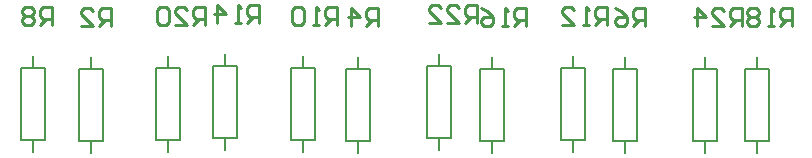
<source format=gbr>
G04*
G04 #@! TF.GenerationSoftware,Altium Limited,Altium Designer,22.4.2 (48)*
G04*
G04 Layer_Color=32896*
%FSLAX44Y44*%
%MOMM*%
G71*
G04*
G04 #@! TF.SameCoordinates,69224164-BCDE-4545-B53B-617D96EECF20*
G04*
G04*
G04 #@! TF.FilePolarity,Positive*
G04*
G01*
G75*
%ADD10C,0.2000*%
%ADD13C,0.2540*%
D10*
X370344Y984250D02*
X390664D01*
X370344Y923290D02*
Y984250D01*
Y923290D02*
X390664D01*
Y984250D01*
X380504D02*
Y994410D01*
Y913130D02*
Y923290D01*
X714514Y985520D02*
X734834D01*
X714514Y924560D02*
Y985520D01*
Y924560D02*
X734834D01*
Y985520D01*
X724674D02*
Y995680D01*
Y914400D02*
Y924560D01*
X827544Y984250D02*
X847864D01*
X827544Y923290D02*
Y984250D01*
Y923290D02*
X847864D01*
Y984250D01*
X837704D02*
Y994410D01*
Y913130D02*
Y923290D01*
X484644Y984250D02*
X504964D01*
X484644Y923290D02*
Y984250D01*
Y923290D02*
X504964D01*
Y984250D01*
X494804D02*
Y994410D01*
Y913130D02*
Y923290D01*
X532904Y985520D02*
X553224D01*
X532904Y924560D02*
Y985520D01*
Y924560D02*
X553224D01*
Y985520D01*
X543064D02*
Y995680D01*
Y914400D02*
Y924560D01*
X598944Y984250D02*
X619264D01*
X598944Y923290D02*
Y984250D01*
Y923290D02*
X619264D01*
Y984250D01*
X609104D02*
Y994410D01*
Y913130D02*
Y923290D01*
X871994Y982980D02*
X892314D01*
X871994Y922020D02*
Y982980D01*
Y922020D02*
X892314D01*
Y982980D01*
X882154D02*
Y993140D01*
Y911860D02*
Y922020D01*
X758964Y982980D02*
X779284D01*
X758964Y922020D02*
Y982980D01*
Y922020D02*
X779284D01*
Y982980D01*
X769124D02*
Y993140D01*
Y911860D02*
Y922020D01*
X645934Y982980D02*
X666254D01*
X645934Y922020D02*
Y982980D01*
Y922020D02*
X666254D01*
Y982980D01*
X656094D02*
Y993140D01*
Y911860D02*
Y922020D01*
X419874Y982980D02*
X440194D01*
X419874Y922020D02*
Y982980D01*
Y922020D02*
X440194D01*
Y982980D01*
X430034D02*
Y993140D01*
Y911860D02*
Y922020D01*
X939304Y982980D02*
X959624D01*
X939304Y922020D02*
Y982980D01*
Y922020D02*
X959624D01*
Y982980D01*
X949464D02*
Y993140D01*
Y911860D02*
Y922020D01*
X983754Y982980D02*
X1004074D01*
X983754Y922020D02*
Y982980D01*
Y922020D02*
X1004074D01*
Y982980D01*
X993914D02*
Y993140D01*
Y911860D02*
Y922020D01*
D13*
X397256Y1020318D02*
Y1035553D01*
X389638D01*
X387099Y1033014D01*
Y1027935D01*
X389638Y1025396D01*
X397256D01*
X392178D02*
X387099Y1020318D01*
X382021Y1033014D02*
X379482Y1035553D01*
X374403D01*
X371864Y1033014D01*
Y1030475D01*
X374403Y1027935D01*
X371864Y1025396D01*
Y1022857D01*
X374403Y1020318D01*
X379482D01*
X382021Y1022857D01*
Y1025396D01*
X379482Y1027935D01*
X382021Y1030475D01*
Y1033014D01*
X379482Y1027935D02*
X374403D01*
X756666Y1021588D02*
Y1036823D01*
X749048D01*
X746509Y1034284D01*
Y1029205D01*
X749048Y1026666D01*
X756666D01*
X751588D02*
X746509Y1021588D01*
X731274D02*
X741431D01*
X731274Y1031745D01*
Y1034284D01*
X733813Y1036823D01*
X738892D01*
X741431Y1034284D01*
X716039Y1021588D02*
X726196D01*
X716039Y1031745D01*
Y1034284D01*
X718578Y1036823D01*
X723657D01*
X726196Y1034284D01*
X867156Y1020318D02*
Y1035553D01*
X859538D01*
X856999Y1033014D01*
Y1027935D01*
X859538Y1025396D01*
X867156D01*
X862078D02*
X856999Y1020318D01*
X851921D02*
X846843D01*
X849382D01*
Y1035553D01*
X851921Y1033014D01*
X829068Y1020318D02*
X839225D01*
X829068Y1030475D01*
Y1033014D01*
X831608Y1035553D01*
X836686D01*
X839225Y1033014D01*
X526796Y1020318D02*
Y1035553D01*
X519179D01*
X516639Y1033014D01*
Y1027935D01*
X519179Y1025396D01*
X526796D01*
X521718D02*
X516639Y1020318D01*
X501404D02*
X511561D01*
X501404Y1030475D01*
Y1033014D01*
X503943Y1035553D01*
X509022D01*
X511561Y1033014D01*
X496326D02*
X493787Y1035553D01*
X488708D01*
X486169Y1033014D01*
Y1022857D01*
X488708Y1020318D01*
X493787D01*
X496326Y1022857D01*
Y1033014D01*
X572516Y1021588D02*
Y1036823D01*
X564898D01*
X562359Y1034284D01*
Y1029205D01*
X564898Y1026666D01*
X572516D01*
X567438D02*
X562359Y1021588D01*
X557281D02*
X552203D01*
X554742D01*
Y1036823D01*
X557281Y1034284D01*
X536968Y1021588D02*
Y1036823D01*
X544585Y1029205D01*
X534428D01*
X638556Y1020318D02*
Y1035553D01*
X630938D01*
X628399Y1033014D01*
Y1027935D01*
X630938Y1025396D01*
X638556D01*
X633478D02*
X628399Y1020318D01*
X623321D02*
X618243D01*
X620782D01*
Y1035553D01*
X623321Y1033014D01*
X610625D02*
X608086Y1035553D01*
X603008D01*
X600468Y1033014D01*
Y1022857D01*
X603008Y1020318D01*
X608086D01*
X610625Y1022857D01*
Y1033014D01*
X898906Y1019048D02*
Y1034283D01*
X891289D01*
X888749Y1031744D01*
Y1026665D01*
X891289Y1024126D01*
X898906D01*
X893828D02*
X888749Y1019048D01*
X873514Y1034283D02*
X878593Y1031744D01*
X883671Y1026665D01*
Y1021587D01*
X881132Y1019048D01*
X876053D01*
X873514Y1021587D01*
Y1024126D01*
X876053Y1026665D01*
X883671D01*
X798576Y1019048D02*
Y1034283D01*
X790958D01*
X788419Y1031744D01*
Y1026665D01*
X790958Y1024126D01*
X798576D01*
X793498D02*
X788419Y1019048D01*
X783341D02*
X778263D01*
X780802D01*
Y1034283D01*
X783341Y1031744D01*
X760488Y1034283D02*
X765567Y1031744D01*
X770645Y1026665D01*
Y1021587D01*
X768106Y1019048D01*
X763027D01*
X760488Y1021587D01*
Y1024126D01*
X763027Y1026665D01*
X770645D01*
X672846Y1019048D02*
Y1034283D01*
X665229D01*
X662689Y1031744D01*
Y1026665D01*
X665229Y1024126D01*
X672846D01*
X667768D02*
X662689Y1019048D01*
X649993D02*
Y1034283D01*
X657611Y1026665D01*
X647454D01*
X446786Y1019048D02*
Y1034283D01*
X439169D01*
X436629Y1031744D01*
Y1026665D01*
X439169Y1024126D01*
X446786D01*
X441708D02*
X436629Y1019048D01*
X421394D02*
X431551D01*
X421394Y1029205D01*
Y1031744D01*
X423933Y1034283D01*
X429012D01*
X431551Y1031744D01*
X981456Y1019048D02*
Y1034283D01*
X973839D01*
X971299Y1031744D01*
Y1026665D01*
X973839Y1024126D01*
X981456D01*
X976378D02*
X971299Y1019048D01*
X956064D02*
X966221D01*
X956064Y1029205D01*
Y1031744D01*
X958603Y1034283D01*
X963682D01*
X966221Y1031744D01*
X943368Y1019048D02*
Y1034283D01*
X950986Y1026665D01*
X940829D01*
X1023366Y1019048D02*
Y1034283D01*
X1015749D01*
X1013209Y1031744D01*
Y1026665D01*
X1015749Y1024126D01*
X1023366D01*
X1018288D02*
X1013209Y1019048D01*
X1008131D02*
X1003053D01*
X1005592D01*
Y1034283D01*
X1008131Y1031744D01*
X995435D02*
X992896Y1034283D01*
X987818D01*
X985278Y1031744D01*
Y1029205D01*
X987818Y1026665D01*
X985278Y1024126D01*
Y1021587D01*
X987818Y1019048D01*
X992896D01*
X995435Y1021587D01*
Y1024126D01*
X992896Y1026665D01*
X995435Y1029205D01*
Y1031744D01*
X992896Y1026665D02*
X987818D01*
M02*

</source>
